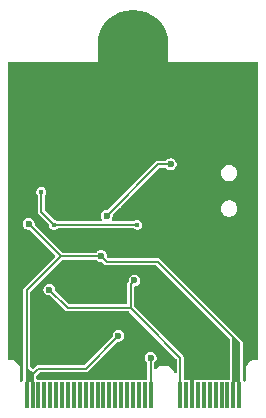
<source format=gbr>
%TF.GenerationSoftware,KiCad,Pcbnew,9.0.3*%
%TF.CreationDate,2025-08-15T19:30:48-04:00*%
%TF.ProjectId,M.2-to-Serial-RPI-3P-Debug-UART,4d2e322d-746f-42d5-9365-7269616c2d52,rev?*%
%TF.SameCoordinates,Original*%
%TF.FileFunction,Copper,L2,Bot*%
%TF.FilePolarity,Positive*%
%FSLAX46Y46*%
G04 Gerber Fmt 4.6, Leading zero omitted, Abs format (unit mm)*
G04 Created by KiCad (PCBNEW 9.0.3) date 2025-08-15 19:30:48*
%MOMM*%
%LPD*%
G01*
G04 APERTURE LIST*
%TA.AperFunction,ConnectorPad*%
%ADD10R,0.350000X2.200000*%
%TD*%
%TA.AperFunction,CastellatedPad*%
%ADD11O,6.000000X8.000000*%
%TD*%
%TA.AperFunction,ViaPad*%
%ADD12C,0.600000*%
%TD*%
%TA.AperFunction,ViaPad*%
%ADD13C,0.450000*%
%TD*%
%TA.AperFunction,Conductor*%
%ADD14C,0.200000*%
%TD*%
G04 APERTURE END LIST*
D10*
%TO.P,J1,2,+3.3V*%
%TO.N,+3.3V*%
X141505000Y-141240000D03*
%TO.P,J1,4,+3.3V*%
X141005000Y-141240000D03*
%TO.P,J1,6,LED1#*%
%TO.N,unconnected-(J1-LED1#-Pad6)*%
X140505000Y-141240000D03*
%TO.P,J1,8,PCM_CLK/I2S_SCK*%
%TO.N,unconnected-(J1-PCM_CLK{slash}I2S_SCK-Pad8)*%
X140005000Y-141240000D03*
%TO.P,J1,10,PCM_SYNC/I2S_WS*%
%TO.N,unconnected-(J1-PCM_SYNC{slash}I2S_WS-Pad10)*%
X139505000Y-141240000D03*
%TO.P,J1,12,PCM_OUT/I2S_SD_OUT*%
%TO.N,unconnected-(J1-PCM_OUT{slash}I2S_SD_OUT-Pad12)*%
X139005000Y-141240000D03*
%TO.P,J1,14,PCM_IN/I2S_SD_IN*%
%TO.N,unconnected-(J1-PCM_IN{slash}I2S_SD_IN-Pad14)*%
X138505000Y-141240000D03*
%TO.P,J1,16,LED2#*%
%TO.N,unconnected-(J1-LED2#-Pad16)*%
X138005000Y-141240000D03*
%TO.P,J1,18,GND*%
%TO.N,GND*%
X137505000Y-141240000D03*
%TO.P,J1,20,UART_WAKE#*%
%TO.N,unconnected-(J1-UART_WAKE#-Pad20)*%
X137005000Y-141240000D03*
%TO.P,J1,22,UART_TXD*%
%TO.N,M2_RX*%
X136505000Y-141240000D03*
%TO.P,J1,32,UART_RXD*%
%TO.N,M2_TX*%
X134005000Y-141240000D03*
%TO.P,J1,34,UART_RTS*%
%TO.N,unconnected-(J1-UART_RTS-Pad34)*%
X133505000Y-141240000D03*
%TO.P,J1,36,UART_CTS*%
%TO.N,unconnected-(J1-UART_CTS-Pad36)*%
X133005000Y-141240000D03*
%TO.P,J1,38,Vender_Defined*%
%TO.N,unconnected-(J1-Vender_Defined-Pad38)*%
X132505000Y-141240000D03*
%TO.P,J1,40,Vender_Defined*%
%TO.N,unconnected-(J1-Vender_Defined-Pad40)*%
X132005000Y-141240000D03*
%TO.P,J1,42,Vender_Defined*%
%TO.N,unconnected-(J1-Vender_Defined-Pad42)*%
X131505000Y-141240000D03*
%TO.P,J1,44,COEX3*%
%TO.N,unconnected-(J1-COEX3-Pad44)*%
X131005000Y-141240000D03*
%TO.P,J1,46,COEX2*%
%TO.N,unconnected-(J1-COEX2-Pad46)*%
X130505000Y-141240000D03*
%TO.P,J1,48,COEX1*%
%TO.N,unconnected-(J1-COEX1-Pad48)*%
X130005000Y-141240000D03*
%TO.P,J1,50,SUSCLK*%
%TO.N,unconnected-(J1-SUSCLK-Pad50)*%
X129505000Y-141240000D03*
%TO.P,J1,52,PERST0#*%
%TO.N,unconnected-(J1-PERST0#-Pad52)*%
X129005000Y-141240000D03*
%TO.P,J1,54,W_DISABLE2#*%
%TO.N,unconnected-(J1-W_DISABLE2#-Pad54)*%
X128505000Y-141240000D03*
%TO.P,J1,56,W_DISABLE1#*%
%TO.N,unconnected-(J1-W_DISABLE1#-Pad56)*%
X128005000Y-141240000D03*
%TO.P,J1,58,I2C_Data*%
%TO.N,unconnected-(J1-I2C_Data-Pad58)*%
X127505000Y-141240000D03*
%TO.P,J1,60,I2C_CLK*%
%TO.N,unconnected-(J1-I2C_CLK-Pad60)*%
X127005000Y-141240000D03*
%TO.P,J1,62,ALERT#*%
%TO.N,unconnected-(J1-ALERT#-Pad62)*%
X126505000Y-141240000D03*
%TO.P,J1,64,RESERVED*%
%TO.N,unconnected-(J1-RESERVED-Pad64)*%
X126005000Y-141240000D03*
%TO.P,J1,66,UIM_SWP/PERST1#*%
%TO.N,unconnected-(J1-UIM_SWP{slash}PERST1#-Pad66)*%
X125505000Y-141240000D03*
%TO.P,J1,68,UMI_POWER_SNK/CLKREQ1#*%
%TO.N,unconnected-(J1-UMI_POWER_SNK{slash}CLKREQ1#-Pad68)*%
X125005000Y-141240000D03*
%TO.P,J1,70,UIM_POWER_SRC/GPIO1/PEWAKE1#*%
%TO.N,unconnected-(J1-UIM_POWER_SRC{slash}GPIO1{slash}PEWAKE1#-Pad70)*%
X124505000Y-141240000D03*
%TO.P,J1,72,+3.3V*%
%TO.N,+3.3V*%
X124005000Y-141240000D03*
%TO.P,J1,74,+3.3V*%
X123505000Y-141240000D03*
%TD*%
D11*
%TO.P,H1,1,1*%
%TO.N,GND*%
X132505000Y-112640000D03*
%TD*%
D12*
%TO.N,+3.3V*%
X123675000Y-126755000D03*
X129800000Y-129480000D03*
X131280000Y-136210000D03*
%TO.N,GND*%
X135050000Y-125505000D03*
X125770000Y-114985000D03*
X138630000Y-138520000D03*
D13*
X123675000Y-129445000D03*
D12*
X132020000Y-135260000D03*
X127650000Y-132095000D03*
X131385000Y-132680000D03*
D13*
X131610000Y-129455000D03*
D12*
X125210000Y-137745000D03*
X135110000Y-138095000D03*
X131425000Y-139210000D03*
X122695000Y-125300000D03*
X127415000Y-135130000D03*
X127695000Y-125505000D03*
%TO.N,M2_RX*%
X132630000Y-131540000D03*
X125430000Y-132310000D03*
%TO.N,M2_TX*%
X134005000Y-138090000D03*
D13*
%TO.N,SIGB*%
X125830000Y-126815000D03*
X132865000Y-126810000D03*
X124760000Y-124055000D03*
D12*
%TO.N,~{Target_Mode}*%
X135705000Y-121695000D03*
X130305000Y-126050000D03*
%TD*%
D14*
%TO.N,+3.3V*%
X126400000Y-129480000D02*
X129800000Y-129480000D01*
X128490000Y-139000000D02*
X131280000Y-136210000D01*
X123505000Y-139000000D02*
X123505000Y-132375000D01*
X124505000Y-139000000D02*
X128490000Y-139000000D01*
X134606000Y-129956000D02*
X141005000Y-136355000D01*
X129800000Y-129480000D02*
X130276000Y-129956000D01*
X124005000Y-139500000D02*
X123505000Y-139000000D01*
X124005000Y-141240000D02*
X124005000Y-139500000D01*
X130276000Y-129956000D02*
X134606000Y-129956000D01*
X124005000Y-139500000D02*
X124505000Y-139000000D01*
X141505000Y-136855000D02*
X141005000Y-136355000D01*
X123505000Y-132375000D02*
X126400000Y-129480000D01*
X123505000Y-141240000D02*
X123505000Y-139000000D01*
X141005000Y-136355000D02*
X141005000Y-141240000D01*
X123675000Y-126755000D02*
X126400000Y-129480000D01*
X141505000Y-141240000D02*
X141505000Y-136855000D01*
%TO.N,M2_RX*%
X132300000Y-133865000D02*
X127775000Y-133865000D01*
X136505000Y-138070000D02*
X133430000Y-134995000D01*
X132630000Y-131540000D02*
X132300000Y-131870000D01*
X127775000Y-133865000D02*
X126985000Y-133865000D01*
X133430000Y-134995000D02*
X132300000Y-133865000D01*
X126985000Y-133865000D02*
X125430000Y-132310000D01*
X132300000Y-131870000D02*
X132300000Y-133865000D01*
X136505000Y-141240000D02*
X136505000Y-138070000D01*
%TO.N,M2_TX*%
X134005000Y-141240000D02*
X134005000Y-138090000D01*
%TO.N,SIGB*%
X124760000Y-124055000D02*
X124760000Y-125745000D01*
X125835000Y-126810000D02*
X125830000Y-126815000D01*
X132865000Y-126810000D02*
X125835000Y-126810000D01*
X124760000Y-125745000D02*
X125830000Y-126815000D01*
%TO.N,~{Target_Mode}*%
X130305000Y-126050000D02*
X134660000Y-121695000D01*
X134660000Y-121695000D02*
X135705000Y-121695000D01*
%TD*%
%TA.AperFunction,Conductor*%
%TO.N,+3.3V*%
G36*
X141159004Y-136479004D02*
G01*
X141501004Y-136821004D01*
X141528781Y-136875521D01*
X141530000Y-136891008D01*
X141530000Y-140041000D01*
X141511093Y-140099191D01*
X141461593Y-140135155D01*
X141431000Y-140140000D01*
X141089000Y-140140000D01*
X141030809Y-140121093D01*
X140994845Y-140071593D01*
X140990000Y-140041000D01*
X140990000Y-136549008D01*
X141008907Y-136490817D01*
X141058407Y-136454853D01*
X141119593Y-136454853D01*
X141159004Y-136479004D01*
G37*
%TD.AperFunction*%
%TD*%
%TA.AperFunction,Conductor*%
%TO.N,+3.3V*%
G36*
X123767183Y-139248907D02*
G01*
X123778996Y-139258996D01*
X123931004Y-139411004D01*
X123958781Y-139465521D01*
X123960000Y-139481008D01*
X123960000Y-140041000D01*
X123941093Y-140099191D01*
X123891593Y-140135155D01*
X123861000Y-140140000D01*
X123619000Y-140140000D01*
X123560809Y-140121093D01*
X123524845Y-140071593D01*
X123520000Y-140041000D01*
X123520000Y-139329000D01*
X123524845Y-139314088D01*
X123524845Y-139298407D01*
X123534061Y-139285721D01*
X123538907Y-139270809D01*
X123551592Y-139261592D01*
X123560809Y-139248907D01*
X123575721Y-139244061D01*
X123588407Y-139234845D01*
X123619000Y-139230000D01*
X123708992Y-139230000D01*
X123767183Y-139248907D01*
G37*
%TD.AperFunction*%
%TD*%
%TA.AperFunction,Conductor*%
%TO.N,GND*%
G36*
X129409870Y-129799407D02*
G01*
X129421676Y-129809490D01*
X129492686Y-129880500D01*
X129492688Y-129880501D01*
X129492690Y-129880503D01*
X129606810Y-129946390D01*
X129606808Y-129946390D01*
X129606812Y-129946391D01*
X129606814Y-129946392D01*
X129734108Y-129980500D01*
X129734110Y-129980500D01*
X129834521Y-129980500D01*
X129892712Y-129999407D01*
X129904524Y-130009496D01*
X130091488Y-130196459D01*
X130091493Y-130196463D01*
X130160008Y-130236020D01*
X130160006Y-130236020D01*
X130160010Y-130236021D01*
X130160012Y-130236022D01*
X130236438Y-130256500D01*
X134440521Y-130256500D01*
X134498712Y-130275407D01*
X134510525Y-130285496D01*
X140675504Y-136450475D01*
X140703281Y-136504992D01*
X140704500Y-136520479D01*
X140704500Y-139840500D01*
X140685593Y-139898691D01*
X140636093Y-139934655D01*
X140605500Y-139939500D01*
X140310247Y-139939500D01*
X140274313Y-139946648D01*
X140235687Y-139946648D01*
X140199752Y-139939500D01*
X140199748Y-139939500D01*
X139810252Y-139939500D01*
X139810247Y-139939500D01*
X139774313Y-139946648D01*
X139735687Y-139946648D01*
X139699752Y-139939500D01*
X139699748Y-139939500D01*
X139310252Y-139939500D01*
X139310247Y-139939500D01*
X139274313Y-139946648D01*
X139235687Y-139946648D01*
X139199752Y-139939500D01*
X139199748Y-139939500D01*
X138810252Y-139939500D01*
X138810247Y-139939500D01*
X138774313Y-139946648D01*
X138735687Y-139946648D01*
X138699752Y-139939500D01*
X138699748Y-139939500D01*
X138310252Y-139939500D01*
X138310247Y-139939500D01*
X138274313Y-139946648D01*
X138235687Y-139946648D01*
X138199752Y-139939500D01*
X138199748Y-139939500D01*
X137810252Y-139939500D01*
X137810251Y-139939500D01*
X137810241Y-139939501D01*
X137751772Y-139951132D01*
X137751766Y-139951134D01*
X137685451Y-139995445D01*
X137685445Y-139995451D01*
X137641134Y-140061766D01*
X137641132Y-140061772D01*
X137629501Y-140120241D01*
X137629500Y-140120253D01*
X137629500Y-140126000D01*
X137624655Y-140140911D01*
X137624655Y-140156593D01*
X137615438Y-140169278D01*
X137610593Y-140184191D01*
X137597907Y-140193407D01*
X137588691Y-140206093D01*
X137573778Y-140210938D01*
X137561093Y-140220155D01*
X137530500Y-140225000D01*
X137479500Y-140225000D01*
X137421309Y-140206093D01*
X137385345Y-140156593D01*
X137380500Y-140126000D01*
X137380500Y-140120253D01*
X137380498Y-140120241D01*
X137376214Y-140098706D01*
X137368867Y-140061769D01*
X137324552Y-139995448D01*
X137319250Y-139991905D01*
X137258233Y-139951134D01*
X137258231Y-139951133D01*
X137258228Y-139951132D01*
X137258227Y-139951132D01*
X137199758Y-139939501D01*
X137199748Y-139939500D01*
X136904500Y-139939500D01*
X136846309Y-139920593D01*
X136810345Y-139871093D01*
X136805500Y-139840500D01*
X136805500Y-138030440D01*
X136805500Y-138030438D01*
X136803804Y-138024108D01*
X136785022Y-137954012D01*
X136785020Y-137954009D01*
X136785020Y-137954007D01*
X136745463Y-137885493D01*
X136745462Y-137885492D01*
X136745461Y-137885491D01*
X136745460Y-137885489D01*
X133614511Y-134754540D01*
X132629496Y-133769525D01*
X132601719Y-133715008D01*
X132600500Y-133699521D01*
X132600500Y-132139500D01*
X132619407Y-132081309D01*
X132668907Y-132045345D01*
X132689553Y-132042075D01*
X132689458Y-132041347D01*
X132695889Y-132040500D01*
X132695892Y-132040500D01*
X132823186Y-132006392D01*
X132823188Y-132006390D01*
X132823190Y-132006390D01*
X132937309Y-131940503D01*
X132937309Y-131940502D01*
X132937314Y-131940500D01*
X133030500Y-131847314D01*
X133032640Y-131843608D01*
X133096390Y-131733190D01*
X133096390Y-131733188D01*
X133096392Y-131733186D01*
X133130500Y-131605892D01*
X133130500Y-131474108D01*
X133096392Y-131346814D01*
X133096390Y-131346811D01*
X133096390Y-131346809D01*
X133030503Y-131232690D01*
X133030501Y-131232688D01*
X133030500Y-131232686D01*
X132937314Y-131139500D01*
X132937311Y-131139498D01*
X132937309Y-131139496D01*
X132823189Y-131073609D01*
X132823191Y-131073609D01*
X132773799Y-131060375D01*
X132695892Y-131039500D01*
X132564108Y-131039500D01*
X132486200Y-131060375D01*
X132436809Y-131073609D01*
X132322690Y-131139496D01*
X132229496Y-131232690D01*
X132163609Y-131346809D01*
X132129500Y-131474109D01*
X132129500Y-131574521D01*
X132110593Y-131632712D01*
X132100504Y-131644524D01*
X132059539Y-131685489D01*
X132019980Y-131754007D01*
X132019978Y-131754011D01*
X131999500Y-131830435D01*
X131999500Y-133465500D01*
X131980593Y-133523691D01*
X131931093Y-133559655D01*
X131900500Y-133564500D01*
X127150479Y-133564500D01*
X127092288Y-133545593D01*
X127080475Y-133535504D01*
X125959496Y-132414525D01*
X125931719Y-132360008D01*
X125930500Y-132344521D01*
X125930500Y-132244109D01*
X125916133Y-132190489D01*
X125896392Y-132116814D01*
X125896390Y-132116811D01*
X125896390Y-132116809D01*
X125830503Y-132002690D01*
X125830501Y-132002688D01*
X125830500Y-132002686D01*
X125737314Y-131909500D01*
X125737311Y-131909498D01*
X125737309Y-131909496D01*
X125623189Y-131843609D01*
X125623191Y-131843609D01*
X125573799Y-131830375D01*
X125495892Y-131809500D01*
X125364108Y-131809500D01*
X125286200Y-131830375D01*
X125236809Y-131843609D01*
X125122690Y-131909496D01*
X125029496Y-132002690D01*
X124963609Y-132116809D01*
X124958858Y-132134540D01*
X124929500Y-132244108D01*
X124929500Y-132375892D01*
X124939852Y-132414525D01*
X124963609Y-132503190D01*
X125029496Y-132617309D01*
X125029498Y-132617311D01*
X125029500Y-132617314D01*
X125122686Y-132710500D01*
X125122688Y-132710501D01*
X125122690Y-132710503D01*
X125236810Y-132776390D01*
X125236808Y-132776390D01*
X125236812Y-132776391D01*
X125236814Y-132776392D01*
X125364108Y-132810500D01*
X125364110Y-132810500D01*
X125464521Y-132810500D01*
X125522712Y-132829407D01*
X125534525Y-132839496D01*
X126744540Y-134049511D01*
X126744539Y-134049511D01*
X126800489Y-134105460D01*
X126869007Y-134145019D01*
X126869011Y-134145021D01*
X126945435Y-134165499D01*
X126945437Y-134165500D01*
X126945438Y-134165500D01*
X127024562Y-134165500D01*
X127735438Y-134165500D01*
X132134521Y-134165500D01*
X132192712Y-134184407D01*
X132204525Y-134194496D01*
X136175504Y-138165475D01*
X136203281Y-138219992D01*
X136204500Y-138235479D01*
X136204500Y-139282657D01*
X136185593Y-139340848D01*
X136136093Y-139376812D01*
X136074907Y-139376812D01*
X136025407Y-139340848D01*
X136013186Y-139318421D01*
X136006470Y-139301086D01*
X136006469Y-139301085D01*
X136006468Y-139301081D01*
X135910808Y-139146585D01*
X135788389Y-139012297D01*
X135643378Y-138902790D01*
X135480715Y-138821794D01*
X135305938Y-138772065D01*
X135305940Y-138772065D01*
X135125000Y-138755299D01*
X134944060Y-138772065D01*
X134805048Y-138811618D01*
X134769285Y-138821794D01*
X134769284Y-138821794D01*
X134769282Y-138821795D01*
X134606629Y-138902786D01*
X134606620Y-138902791D01*
X134551421Y-138944476D01*
X134464159Y-139010372D01*
X134406329Y-139030351D01*
X134347799Y-139012522D01*
X134310927Y-138963695D01*
X134305500Y-138931368D01*
X134305500Y-138538321D01*
X134324407Y-138480130D01*
X134334490Y-138468323D01*
X134405500Y-138397314D01*
X134405503Y-138397309D01*
X134471390Y-138283190D01*
X134471390Y-138283188D01*
X134471392Y-138283186D01*
X134505500Y-138155892D01*
X134505500Y-138024108D01*
X134471392Y-137896814D01*
X134471390Y-137896811D01*
X134471390Y-137896809D01*
X134405503Y-137782690D01*
X134405501Y-137782688D01*
X134405500Y-137782686D01*
X134312314Y-137689500D01*
X134312311Y-137689498D01*
X134312309Y-137689496D01*
X134198189Y-137623609D01*
X134198191Y-137623609D01*
X134148799Y-137610375D01*
X134070892Y-137589500D01*
X133939108Y-137589500D01*
X133861200Y-137610375D01*
X133811809Y-137623609D01*
X133697690Y-137689496D01*
X133604496Y-137782690D01*
X133538609Y-137896809D01*
X133538608Y-137896814D01*
X133504500Y-138024108D01*
X133504500Y-138155892D01*
X133525825Y-138235479D01*
X133538609Y-138283190D01*
X133604496Y-138397309D01*
X133604498Y-138397311D01*
X133604500Y-138397314D01*
X133675505Y-138468319D01*
X133703281Y-138522834D01*
X133704500Y-138538321D01*
X133704500Y-139840500D01*
X133685593Y-139898691D01*
X133636093Y-139934655D01*
X133605500Y-139939500D01*
X133310247Y-139939500D01*
X133274313Y-139946648D01*
X133235687Y-139946648D01*
X133199752Y-139939500D01*
X133199748Y-139939500D01*
X132810252Y-139939500D01*
X132810247Y-139939500D01*
X132774313Y-139946648D01*
X132735687Y-139946648D01*
X132699752Y-139939500D01*
X132699748Y-139939500D01*
X132310252Y-139939500D01*
X132310247Y-139939500D01*
X132274313Y-139946648D01*
X132235687Y-139946648D01*
X132199752Y-139939500D01*
X132199748Y-139939500D01*
X131810252Y-139939500D01*
X131810247Y-139939500D01*
X131774313Y-139946648D01*
X131735687Y-139946648D01*
X131699752Y-139939500D01*
X131699748Y-139939500D01*
X131310252Y-139939500D01*
X131310247Y-139939500D01*
X131274313Y-139946648D01*
X131235687Y-139946648D01*
X131199752Y-139939500D01*
X131199748Y-139939500D01*
X130810252Y-139939500D01*
X130810247Y-139939500D01*
X130774313Y-139946648D01*
X130735687Y-139946648D01*
X130699752Y-139939500D01*
X130699748Y-139939500D01*
X130310252Y-139939500D01*
X130310247Y-139939500D01*
X130274313Y-139946648D01*
X130235687Y-139946648D01*
X130199752Y-139939500D01*
X130199748Y-139939500D01*
X129810252Y-139939500D01*
X129810247Y-139939500D01*
X129774313Y-139946648D01*
X129735687Y-139946648D01*
X129699752Y-139939500D01*
X129699748Y-139939500D01*
X129310252Y-139939500D01*
X129310247Y-139939500D01*
X129274313Y-139946648D01*
X129235687Y-139946648D01*
X129199752Y-139939500D01*
X129199748Y-139939500D01*
X128810252Y-139939500D01*
X128810247Y-139939500D01*
X128774313Y-139946648D01*
X128735687Y-139946648D01*
X128699752Y-139939500D01*
X128699748Y-139939500D01*
X128310252Y-139939500D01*
X128310247Y-139939500D01*
X128274313Y-139946648D01*
X128235687Y-139946648D01*
X128199752Y-139939500D01*
X128199748Y-139939500D01*
X127810252Y-139939500D01*
X127810247Y-139939500D01*
X127774313Y-139946648D01*
X127735687Y-139946648D01*
X127699752Y-139939500D01*
X127699748Y-139939500D01*
X127310252Y-139939500D01*
X127310247Y-139939500D01*
X127274313Y-139946648D01*
X127235687Y-139946648D01*
X127199752Y-139939500D01*
X127199748Y-139939500D01*
X126810252Y-139939500D01*
X126810247Y-139939500D01*
X126774313Y-139946648D01*
X126735687Y-139946648D01*
X126699752Y-139939500D01*
X126699748Y-139939500D01*
X126310252Y-139939500D01*
X126310247Y-139939500D01*
X126274313Y-139946648D01*
X126235687Y-139946648D01*
X126199752Y-139939500D01*
X126199748Y-139939500D01*
X125810252Y-139939500D01*
X125810247Y-139939500D01*
X125774313Y-139946648D01*
X125735687Y-139946648D01*
X125699752Y-139939500D01*
X125699748Y-139939500D01*
X125310252Y-139939500D01*
X125310247Y-139939500D01*
X125274313Y-139946648D01*
X125235687Y-139946648D01*
X125199752Y-139939500D01*
X125199748Y-139939500D01*
X124810252Y-139939500D01*
X124810247Y-139939500D01*
X124774313Y-139946648D01*
X124735687Y-139946648D01*
X124699752Y-139939500D01*
X124699748Y-139939500D01*
X124404500Y-139939500D01*
X124389588Y-139934655D01*
X124373907Y-139934655D01*
X124361221Y-139925438D01*
X124346309Y-139920593D01*
X124337092Y-139907907D01*
X124324407Y-139898691D01*
X124319561Y-139883778D01*
X124310345Y-139871093D01*
X124305500Y-139840500D01*
X124305500Y-139665479D01*
X124324407Y-139607288D01*
X124334496Y-139595475D01*
X124600475Y-139329496D01*
X124654992Y-139301719D01*
X124670479Y-139300500D01*
X128529563Y-139300500D01*
X128529563Y-139300499D01*
X128605989Y-139280021D01*
X128674511Y-139240460D01*
X128730460Y-139184511D01*
X131175474Y-136739495D01*
X131229991Y-136711719D01*
X131245478Y-136710500D01*
X131345890Y-136710500D01*
X131345892Y-136710500D01*
X131473186Y-136676392D01*
X131473188Y-136676390D01*
X131473190Y-136676390D01*
X131587309Y-136610503D01*
X131587309Y-136610502D01*
X131587314Y-136610500D01*
X131680500Y-136517314D01*
X131746392Y-136403186D01*
X131780500Y-136275892D01*
X131780500Y-136144108D01*
X131746392Y-136016814D01*
X131746390Y-136016811D01*
X131746390Y-136016809D01*
X131680503Y-135902690D01*
X131680501Y-135902688D01*
X131680500Y-135902686D01*
X131587314Y-135809500D01*
X131587311Y-135809498D01*
X131587309Y-135809496D01*
X131473189Y-135743609D01*
X131473191Y-135743609D01*
X131423799Y-135730375D01*
X131345892Y-135709500D01*
X131214108Y-135709500D01*
X131136200Y-135730375D01*
X131086809Y-135743609D01*
X130972690Y-135809496D01*
X130879496Y-135902690D01*
X130813609Y-136016809D01*
X130779500Y-136144109D01*
X130779500Y-136244520D01*
X130760593Y-136302711D01*
X130750504Y-136314524D01*
X128394525Y-138670504D01*
X128340008Y-138698281D01*
X128324521Y-138699500D01*
X124544562Y-138699500D01*
X124465438Y-138699500D01*
X124418661Y-138712033D01*
X124389007Y-138719979D01*
X124320493Y-138759536D01*
X124320488Y-138759540D01*
X124075003Y-139005025D01*
X124061033Y-139012142D01*
X124049945Y-139023231D01*
X124034457Y-139025683D01*
X124020487Y-139032802D01*
X124005000Y-139030349D01*
X123989513Y-139032802D01*
X123975542Y-139025683D01*
X123960055Y-139023231D01*
X123934996Y-139005025D01*
X123834496Y-138904525D01*
X123806719Y-138850008D01*
X123805500Y-138834521D01*
X123805500Y-132540479D01*
X123824407Y-132482288D01*
X123834496Y-132470475D01*
X126495475Y-129809496D01*
X126549992Y-129781719D01*
X126565479Y-129780500D01*
X129351679Y-129780500D01*
X129409870Y-129799407D01*
G37*
%TD.AperFunction*%
%TA.AperFunction,Conductor*%
G36*
X143083691Y-113039407D02*
G01*
X143119655Y-113088907D01*
X143124500Y-113119500D01*
X143124500Y-138160500D01*
X143105593Y-138218691D01*
X143056093Y-138254655D01*
X143025500Y-138259500D01*
X142843275Y-138259500D01*
X142673168Y-138293337D01*
X142673166Y-138293337D01*
X142512931Y-138359708D01*
X142512919Y-138359714D01*
X142368714Y-138456071D01*
X142368710Y-138456074D01*
X142246074Y-138578710D01*
X142246071Y-138578714D01*
X142149714Y-138722919D01*
X142149708Y-138722931D01*
X142083337Y-138883166D01*
X142083337Y-138883168D01*
X142049500Y-139053275D01*
X142049500Y-140005746D01*
X142048872Y-140007676D01*
X142049424Y-140009632D01*
X142039474Y-140036601D01*
X142030593Y-140063937D01*
X142028949Y-140065130D01*
X142028247Y-140067036D01*
X142004353Y-140083000D01*
X141981093Y-140099901D01*
X141979061Y-140099901D01*
X141977373Y-140101029D01*
X141948662Y-140099901D01*
X141919907Y-140099901D01*
X141918263Y-140098706D01*
X141916235Y-140098627D01*
X141893672Y-140080840D01*
X141870407Y-140063937D01*
X141868185Y-140060748D01*
X141822185Y-139991905D01*
X141805500Y-139936903D01*
X141805500Y-136815439D01*
X141805500Y-136815438D01*
X141785022Y-136739012D01*
X141785020Y-136739009D01*
X141785020Y-136739007D01*
X141745463Y-136670493D01*
X141745462Y-136670492D01*
X141745461Y-136670491D01*
X141745460Y-136670489D01*
X141189511Y-136114540D01*
X134790511Y-129715540D01*
X134790508Y-129715538D01*
X134721992Y-129675980D01*
X134721988Y-129675978D01*
X134645564Y-129655500D01*
X134645562Y-129655500D01*
X130441479Y-129655500D01*
X130433881Y-129653031D01*
X130425992Y-129654281D01*
X130405336Y-129643756D01*
X130383288Y-129636593D01*
X130371475Y-129626504D01*
X130329496Y-129584525D01*
X130301719Y-129530008D01*
X130300500Y-129514521D01*
X130300500Y-129414109D01*
X130299398Y-129409996D01*
X130266392Y-129286814D01*
X130266390Y-129286811D01*
X130266390Y-129286809D01*
X130200503Y-129172690D01*
X130200501Y-129172688D01*
X130200500Y-129172686D01*
X130107314Y-129079500D01*
X130107311Y-129079498D01*
X130107309Y-129079496D01*
X129993189Y-129013609D01*
X129993191Y-129013609D01*
X129943799Y-129000375D01*
X129865892Y-128979500D01*
X129734108Y-128979500D01*
X129656200Y-129000375D01*
X129606809Y-129013609D01*
X129492690Y-129079496D01*
X129492689Y-129079497D01*
X129492686Y-129079499D01*
X129492686Y-129079500D01*
X129421680Y-129150505D01*
X129367166Y-129178281D01*
X129351679Y-129179500D01*
X126565479Y-129179500D01*
X126507288Y-129160593D01*
X126495475Y-129150504D01*
X124204496Y-126859525D01*
X124176719Y-126805008D01*
X124175500Y-126789521D01*
X124175500Y-126689109D01*
X124175500Y-126689108D01*
X124141392Y-126561814D01*
X124141390Y-126561811D01*
X124141390Y-126561809D01*
X124075503Y-126447690D01*
X124075501Y-126447688D01*
X124075500Y-126447686D01*
X123982314Y-126354500D01*
X123982311Y-126354498D01*
X123982309Y-126354496D01*
X123868189Y-126288609D01*
X123868191Y-126288609D01*
X123818799Y-126275375D01*
X123740892Y-126254500D01*
X123609108Y-126254500D01*
X123531200Y-126275375D01*
X123481809Y-126288609D01*
X123367690Y-126354496D01*
X123274496Y-126447690D01*
X123208609Y-126561809D01*
X123208608Y-126561814D01*
X123174500Y-126689108D01*
X123174500Y-126820892D01*
X123187931Y-126871016D01*
X123208609Y-126948190D01*
X123274496Y-127062309D01*
X123274498Y-127062311D01*
X123274500Y-127062314D01*
X123367686Y-127155500D01*
X123367688Y-127155501D01*
X123367690Y-127155503D01*
X123481810Y-127221390D01*
X123481808Y-127221390D01*
X123481812Y-127221391D01*
X123481814Y-127221392D01*
X123609108Y-127255500D01*
X123609110Y-127255500D01*
X123709521Y-127255500D01*
X123767712Y-127274407D01*
X123779525Y-127284496D01*
X125905025Y-129409996D01*
X125932802Y-129464513D01*
X125923231Y-129524945D01*
X125905025Y-129550004D01*
X123320489Y-132134540D01*
X123320488Y-132134539D01*
X123264539Y-132190489D01*
X123224980Y-132259007D01*
X123224978Y-132259011D01*
X123204500Y-132335435D01*
X123204500Y-139936903D01*
X123187815Y-139991905D01*
X123141815Y-140060748D01*
X123093765Y-140098627D01*
X123032627Y-140101029D01*
X122981753Y-140067036D01*
X122960576Y-140009632D01*
X122960500Y-140005746D01*
X122960500Y-139053279D01*
X122960499Y-139053275D01*
X122956427Y-139032802D01*
X122926663Y-138883168D01*
X122860289Y-138722927D01*
X122860285Y-138722919D01*
X122805010Y-138640197D01*
X122763929Y-138578714D01*
X122641286Y-138456071D01*
X122600203Y-138428620D01*
X122497080Y-138359714D01*
X122497068Y-138359708D01*
X122336832Y-138293337D01*
X122166724Y-138259500D01*
X122166722Y-138259500D01*
X122130094Y-138259500D01*
X121984500Y-138259500D01*
X121926309Y-138240593D01*
X121890345Y-138191093D01*
X121885500Y-138160500D01*
X121885500Y-123998982D01*
X124334500Y-123998982D01*
X124334500Y-124111018D01*
X124360072Y-124206455D01*
X124363498Y-124219241D01*
X124419513Y-124316260D01*
X124419515Y-124316263D01*
X124430505Y-124327253D01*
X124458281Y-124381768D01*
X124459500Y-124397255D01*
X124459500Y-125784564D01*
X124479978Y-125860988D01*
X124479979Y-125860990D01*
X124497617Y-125891538D01*
X124497617Y-125891541D01*
X124497618Y-125891541D01*
X124497619Y-125891542D01*
X124519540Y-125929511D01*
X125375505Y-126785476D01*
X125403281Y-126839991D01*
X125404500Y-126855478D01*
X125404500Y-126871018D01*
X125425177Y-126948186D01*
X125433498Y-126979241D01*
X125486628Y-127071263D01*
X125489515Y-127076263D01*
X125568737Y-127155485D01*
X125568739Y-127155486D01*
X125665759Y-127211501D01*
X125665757Y-127211501D01*
X125665761Y-127211502D01*
X125665763Y-127211503D01*
X125773982Y-127240500D01*
X125773984Y-127240500D01*
X125886016Y-127240500D01*
X125886018Y-127240500D01*
X125994237Y-127211503D01*
X125994239Y-127211501D01*
X125994241Y-127211501D01*
X126023064Y-127194859D01*
X126091263Y-127155485D01*
X126107253Y-127139494D01*
X126161768Y-127111719D01*
X126177255Y-127110500D01*
X132522745Y-127110500D01*
X132580936Y-127129407D01*
X132592742Y-127139490D01*
X132603737Y-127150485D01*
X132636079Y-127169157D01*
X132700759Y-127206501D01*
X132700757Y-127206501D01*
X132700761Y-127206502D01*
X132700763Y-127206503D01*
X132808982Y-127235500D01*
X132808984Y-127235500D01*
X132921016Y-127235500D01*
X132921018Y-127235500D01*
X133029237Y-127206503D01*
X133029239Y-127206501D01*
X133029241Y-127206501D01*
X133058064Y-127189859D01*
X133126263Y-127150485D01*
X133205485Y-127071263D01*
X133258614Y-126979241D01*
X133261501Y-126974241D01*
X133261501Y-126974239D01*
X133261503Y-126974237D01*
X133290500Y-126866018D01*
X133290500Y-126753982D01*
X133261503Y-126645763D01*
X133261501Y-126645760D01*
X133261501Y-126645758D01*
X133205486Y-126548739D01*
X133205485Y-126548737D01*
X133126263Y-126469515D01*
X133126260Y-126469513D01*
X133029240Y-126413498D01*
X133029242Y-126413498D01*
X132987251Y-126402247D01*
X132921018Y-126384500D01*
X132808982Y-126384500D01*
X132742748Y-126402247D01*
X132700758Y-126413498D01*
X132603739Y-126469513D01*
X132603737Y-126469514D01*
X132603737Y-126469515D01*
X132592746Y-126480505D01*
X132538232Y-126508281D01*
X132522745Y-126509500D01*
X130789109Y-126509500D01*
X130730918Y-126490593D01*
X130694954Y-126441093D01*
X130694954Y-126379907D01*
X130703372Y-126361000D01*
X130745167Y-126288609D01*
X130771392Y-126243186D01*
X130805500Y-126115892D01*
X130805500Y-126015478D01*
X130824407Y-125957287D01*
X130834496Y-125945474D01*
X131403966Y-125376004D01*
X139947000Y-125376004D01*
X139947000Y-125513995D01*
X139963115Y-125595008D01*
X139968191Y-125620529D01*
X139973920Y-125649327D01*
X139973920Y-125649329D01*
X140026722Y-125776806D01*
X140026728Y-125776817D01*
X140103385Y-125891541D01*
X140200958Y-125989114D01*
X140315682Y-126065771D01*
X140315693Y-126065777D01*
X140362783Y-126085282D01*
X140443172Y-126118580D01*
X140578507Y-126145500D01*
X140578508Y-126145500D01*
X140716492Y-126145500D01*
X140716493Y-126145500D01*
X140851828Y-126118580D01*
X140979311Y-126065775D01*
X141094042Y-125989114D01*
X141191614Y-125891542D01*
X141268275Y-125776811D01*
X141321080Y-125649328D01*
X141348000Y-125513993D01*
X141348000Y-125376007D01*
X141321080Y-125240672D01*
X141268275Y-125113189D01*
X141268274Y-125113187D01*
X141268271Y-125113182D01*
X141191614Y-124998458D01*
X141094041Y-124900885D01*
X140979317Y-124824228D01*
X140979306Y-124824222D01*
X140851828Y-124771420D01*
X140716495Y-124744500D01*
X140716493Y-124744500D01*
X140578507Y-124744500D01*
X140578504Y-124744500D01*
X140443172Y-124771420D01*
X140443170Y-124771420D01*
X140315693Y-124824222D01*
X140315682Y-124824228D01*
X140200958Y-124900885D01*
X140103385Y-124998458D01*
X140026728Y-125113182D01*
X140026722Y-125113193D01*
X139973920Y-125240670D01*
X139973920Y-125240672D01*
X139947000Y-125376004D01*
X131403966Y-125376004D01*
X131478831Y-125301139D01*
X132889208Y-123890763D01*
X134403967Y-122376004D01*
X139947000Y-122376004D01*
X139947000Y-122513995D01*
X139973920Y-122649327D01*
X139973920Y-122649329D01*
X140026722Y-122776806D01*
X140026728Y-122776817D01*
X140103385Y-122891541D01*
X140200958Y-122989114D01*
X140315682Y-123065771D01*
X140315693Y-123065777D01*
X140362783Y-123085282D01*
X140443172Y-123118580D01*
X140578507Y-123145500D01*
X140578508Y-123145500D01*
X140716492Y-123145500D01*
X140716493Y-123145500D01*
X140851828Y-123118580D01*
X140979311Y-123065775D01*
X141094042Y-122989114D01*
X141191614Y-122891542D01*
X141268275Y-122776811D01*
X141321080Y-122649328D01*
X141348000Y-122513993D01*
X141348000Y-122376007D01*
X141321080Y-122240672D01*
X141288241Y-122161392D01*
X141268277Y-122113193D01*
X141268271Y-122113182D01*
X141191614Y-121998458D01*
X141094041Y-121900885D01*
X140979317Y-121824228D01*
X140979306Y-121824222D01*
X140851828Y-121771420D01*
X140716495Y-121744500D01*
X140716493Y-121744500D01*
X140578507Y-121744500D01*
X140578504Y-121744500D01*
X140443172Y-121771420D01*
X140443170Y-121771420D01*
X140315693Y-121824222D01*
X140315682Y-121824228D01*
X140200958Y-121900885D01*
X140103385Y-121998458D01*
X140026728Y-122113182D01*
X140026722Y-122113193D01*
X139973920Y-122240670D01*
X139973920Y-122240672D01*
X139947000Y-122376004D01*
X134403967Y-122376004D01*
X134755475Y-122024496D01*
X134809992Y-121996719D01*
X134825479Y-121995500D01*
X135256679Y-121995500D01*
X135314870Y-122014407D01*
X135326676Y-122024490D01*
X135397686Y-122095500D01*
X135397688Y-122095501D01*
X135397690Y-122095503D01*
X135511810Y-122161390D01*
X135511808Y-122161390D01*
X135511812Y-122161391D01*
X135511814Y-122161392D01*
X135639108Y-122195500D01*
X135639110Y-122195500D01*
X135770890Y-122195500D01*
X135770892Y-122195500D01*
X135898186Y-122161392D01*
X135898188Y-122161390D01*
X135898190Y-122161390D01*
X136012309Y-122095503D01*
X136012309Y-122095502D01*
X136012314Y-122095500D01*
X136105500Y-122002314D01*
X136171392Y-121888186D01*
X136205500Y-121760892D01*
X136205500Y-121629108D01*
X136171392Y-121501814D01*
X136171390Y-121501811D01*
X136171390Y-121501809D01*
X136105503Y-121387690D01*
X136105501Y-121387688D01*
X136105500Y-121387686D01*
X136012314Y-121294500D01*
X136012311Y-121294498D01*
X136012309Y-121294496D01*
X135898189Y-121228609D01*
X135898191Y-121228609D01*
X135848799Y-121215375D01*
X135770892Y-121194500D01*
X135639108Y-121194500D01*
X135561200Y-121215375D01*
X135511809Y-121228609D01*
X135397690Y-121294496D01*
X135397689Y-121294497D01*
X135397686Y-121294499D01*
X135397686Y-121294500D01*
X135326680Y-121365505D01*
X135272166Y-121393281D01*
X135256679Y-121394500D01*
X134620435Y-121394500D01*
X134544012Y-121414978D01*
X134484934Y-121449087D01*
X134475490Y-121454539D01*
X130409524Y-125520504D01*
X130355007Y-125548281D01*
X130339520Y-125549500D01*
X130239108Y-125549500D01*
X130161200Y-125570375D01*
X130111809Y-125583609D01*
X129997690Y-125649496D01*
X129904496Y-125742690D01*
X129838609Y-125856809D01*
X129837489Y-125860989D01*
X129804500Y-125984108D01*
X129804500Y-126115892D01*
X129827238Y-126200754D01*
X129838608Y-126243187D01*
X129906628Y-126361000D01*
X129919349Y-126420848D01*
X129894462Y-126476744D01*
X129841474Y-126507337D01*
X129820891Y-126509500D01*
X126167255Y-126509500D01*
X126109064Y-126490593D01*
X126097257Y-126480509D01*
X126091263Y-126474515D01*
X126082603Y-126469515D01*
X125994240Y-126418498D01*
X125994242Y-126418498D01*
X125952251Y-126407247D01*
X125886018Y-126389500D01*
X125886016Y-126389500D01*
X125870479Y-126389500D01*
X125812288Y-126370593D01*
X125800475Y-126360504D01*
X125089496Y-125649525D01*
X125061719Y-125595008D01*
X125060500Y-125579521D01*
X125060500Y-124397255D01*
X125079407Y-124339064D01*
X125089490Y-124327257D01*
X125100485Y-124316263D01*
X125156503Y-124219237D01*
X125185500Y-124111018D01*
X125185500Y-123998982D01*
X125156503Y-123890763D01*
X125156501Y-123890760D01*
X125156501Y-123890758D01*
X125100486Y-123793739D01*
X125100485Y-123793737D01*
X125021263Y-123714515D01*
X125021260Y-123714513D01*
X124924240Y-123658498D01*
X124924242Y-123658498D01*
X124882251Y-123647247D01*
X124816018Y-123629500D01*
X124703982Y-123629500D01*
X124637748Y-123647247D01*
X124595758Y-123658498D01*
X124498739Y-123714513D01*
X124419513Y-123793739D01*
X124363498Y-123890758D01*
X124363497Y-123890763D01*
X124334500Y-123998982D01*
X121885500Y-123998982D01*
X121885500Y-113119500D01*
X121904407Y-113061309D01*
X121953907Y-113025345D01*
X121984500Y-113020500D01*
X143025500Y-113020500D01*
X143083691Y-113039407D01*
G37*
%TD.AperFunction*%
%TD*%
M02*

</source>
